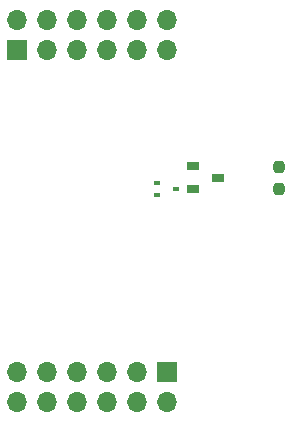
<source format=gbr>
%TF.GenerationSoftware,KiCad,Pcbnew,7.0.5*%
%TF.CreationDate,2023-06-02T12:32:42-04:00*%
%TF.ProjectId,DATA_STORAGE,44415441-5f53-4544-9f52-4147452e6b69,rev?*%
%TF.SameCoordinates,Original*%
%TF.FileFunction,Soldermask,Bot*%
%TF.FilePolarity,Negative*%
%FSLAX46Y46*%
G04 Gerber Fmt 4.6, Leading zero omitted, Abs format (unit mm)*
G04 Created by KiCad (PCBNEW 7.0.5) date 2023-06-02 12:32:42*
%MOMM*%
%LPD*%
G01*
G04 APERTURE LIST*
G04 Aperture macros list*
%AMRoundRect*
0 Rectangle with rounded corners*
0 $1 Rounding radius*
0 $2 $3 $4 $5 $6 $7 $8 $9 X,Y pos of 4 corners*
0 Add a 4 corners polygon primitive as box body*
4,1,4,$2,$3,$4,$5,$6,$7,$8,$9,$2,$3,0*
0 Add four circle primitives for the rounded corners*
1,1,$1+$1,$2,$3*
1,1,$1+$1,$4,$5*
1,1,$1+$1,$6,$7*
1,1,$1+$1,$8,$9*
0 Add four rect primitives between the rounded corners*
20,1,$1+$1,$2,$3,$4,$5,0*
20,1,$1+$1,$4,$5,$6,$7,0*
20,1,$1+$1,$6,$7,$8,$9,0*
20,1,$1+$1,$8,$9,$2,$3,0*%
G04 Aperture macros list end*
%ADD10R,1.700000X1.700000*%
%ADD11O,1.700000X1.700000*%
%ADD12R,1.100000X0.650000*%
%ADD13RoundRect,0.237500X0.237500X-0.250000X0.237500X0.250000X-0.237500X0.250000X-0.237500X-0.250000X0*%
%ADD14R,0.475000X0.460000*%
G04 APERTURE END LIST*
D10*
%TO.C,J1*%
X143810000Y-86465599D03*
D11*
X143810000Y-83925599D03*
X146350000Y-86465599D03*
X146350000Y-83925599D03*
X148890000Y-86465599D03*
X148890000Y-83925599D03*
X151430000Y-86465599D03*
X151430000Y-83925599D03*
X153970000Y-86465599D03*
X153970000Y-83925599D03*
X156510000Y-86465599D03*
X156510000Y-83925599D03*
%TD*%
D10*
%TO.C,J2*%
X156510000Y-113743621D03*
D11*
X156510000Y-116283621D03*
X153970000Y-113743621D03*
X153970000Y-116283621D03*
X151430000Y-113743621D03*
X151430000Y-116283621D03*
X148890000Y-113743621D03*
X148890000Y-116283621D03*
X146350000Y-113743621D03*
X146350000Y-116283621D03*
X143810000Y-113743621D03*
X143810000Y-116283621D03*
%TD*%
D12*
%TO.C,Q1*%
X158722000Y-98258621D03*
X158722000Y-96338621D03*
X160822000Y-97298621D03*
%TD*%
D13*
%TO.C,R3*%
X166000000Y-98251121D03*
X166000000Y-96426121D03*
%TD*%
D14*
%TO.C,Q2*%
X155632000Y-98758621D03*
X155632000Y-97758621D03*
X157308000Y-98258621D03*
%TD*%
M02*

</source>
